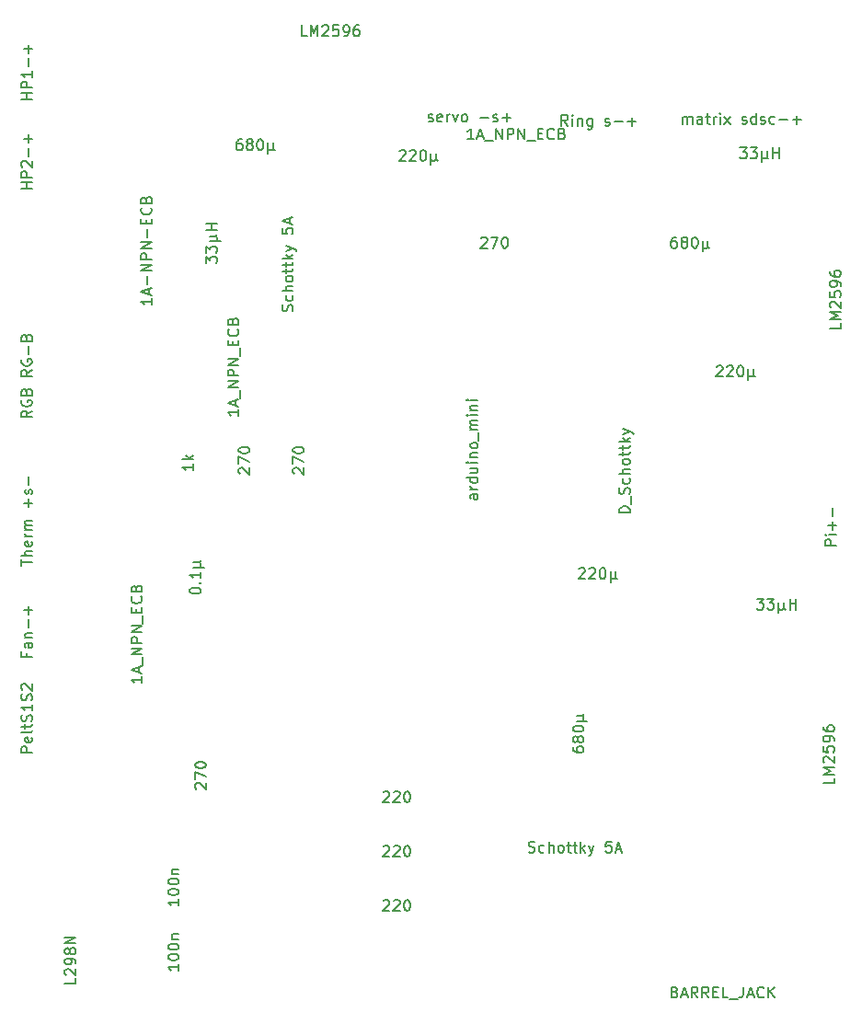
<source format=gbr>
G04 #@! TF.FileFunction,Other,Fab,Top*
%FSLAX46Y46*%
G04 Gerber Fmt 4.6, Leading zero omitted, Abs format (unit mm)*
G04 Created by KiCad (PCBNEW 4.0.2+e4-6225~38~ubuntu14.04.1-stable) date Mi 27 Jul 2016 00:48:38 CEST*
%MOMM*%
G01*
G04 APERTURE LIST*
%ADD10C,0.100000*%
%ADD11C,0.150000*%
G04 APERTURE END LIST*
D10*
D11*
X165714286Y-61452381D02*
X165523809Y-61452381D01*
X165428571Y-61500000D01*
X165380952Y-61547619D01*
X165285714Y-61690476D01*
X165238095Y-61880952D01*
X165238095Y-62261905D01*
X165285714Y-62357143D01*
X165333333Y-62404762D01*
X165428571Y-62452381D01*
X165619048Y-62452381D01*
X165714286Y-62404762D01*
X165761905Y-62357143D01*
X165809524Y-62261905D01*
X165809524Y-62023810D01*
X165761905Y-61928571D01*
X165714286Y-61880952D01*
X165619048Y-61833333D01*
X165428571Y-61833333D01*
X165333333Y-61880952D01*
X165285714Y-61928571D01*
X165238095Y-62023810D01*
X166380952Y-61880952D02*
X166285714Y-61833333D01*
X166238095Y-61785714D01*
X166190476Y-61690476D01*
X166190476Y-61642857D01*
X166238095Y-61547619D01*
X166285714Y-61500000D01*
X166380952Y-61452381D01*
X166571429Y-61452381D01*
X166666667Y-61500000D01*
X166714286Y-61547619D01*
X166761905Y-61642857D01*
X166761905Y-61690476D01*
X166714286Y-61785714D01*
X166666667Y-61833333D01*
X166571429Y-61880952D01*
X166380952Y-61880952D01*
X166285714Y-61928571D01*
X166238095Y-61976190D01*
X166190476Y-62071429D01*
X166190476Y-62261905D01*
X166238095Y-62357143D01*
X166285714Y-62404762D01*
X166380952Y-62452381D01*
X166571429Y-62452381D01*
X166666667Y-62404762D01*
X166714286Y-62357143D01*
X166761905Y-62261905D01*
X166761905Y-62071429D01*
X166714286Y-61976190D01*
X166666667Y-61928571D01*
X166571429Y-61880952D01*
X167380952Y-61452381D02*
X167476191Y-61452381D01*
X167571429Y-61500000D01*
X167619048Y-61547619D01*
X167666667Y-61642857D01*
X167714286Y-61833333D01*
X167714286Y-62071429D01*
X167666667Y-62261905D01*
X167619048Y-62357143D01*
X167571429Y-62404762D01*
X167476191Y-62452381D01*
X167380952Y-62452381D01*
X167285714Y-62404762D01*
X167238095Y-62357143D01*
X167190476Y-62261905D01*
X167142857Y-62071429D01*
X167142857Y-61833333D01*
X167190476Y-61642857D01*
X167238095Y-61547619D01*
X167285714Y-61500000D01*
X167380952Y-61452381D01*
X168142857Y-61785714D02*
X168142857Y-62785714D01*
X168619048Y-62309524D02*
X168666667Y-62404762D01*
X168761905Y-62452381D01*
X168142857Y-62309524D02*
X168190476Y-62404762D01*
X168285714Y-62452381D01*
X168476191Y-62452381D01*
X168571429Y-62404762D01*
X168619048Y-62309524D01*
X168619048Y-61785714D01*
X125714286Y-52452381D02*
X125523809Y-52452381D01*
X125428571Y-52500000D01*
X125380952Y-52547619D01*
X125285714Y-52690476D01*
X125238095Y-52880952D01*
X125238095Y-53261905D01*
X125285714Y-53357143D01*
X125333333Y-53404762D01*
X125428571Y-53452381D01*
X125619048Y-53452381D01*
X125714286Y-53404762D01*
X125761905Y-53357143D01*
X125809524Y-53261905D01*
X125809524Y-53023810D01*
X125761905Y-52928571D01*
X125714286Y-52880952D01*
X125619048Y-52833333D01*
X125428571Y-52833333D01*
X125333333Y-52880952D01*
X125285714Y-52928571D01*
X125238095Y-53023810D01*
X126380952Y-52880952D02*
X126285714Y-52833333D01*
X126238095Y-52785714D01*
X126190476Y-52690476D01*
X126190476Y-52642857D01*
X126238095Y-52547619D01*
X126285714Y-52500000D01*
X126380952Y-52452381D01*
X126571429Y-52452381D01*
X126666667Y-52500000D01*
X126714286Y-52547619D01*
X126761905Y-52642857D01*
X126761905Y-52690476D01*
X126714286Y-52785714D01*
X126666667Y-52833333D01*
X126571429Y-52880952D01*
X126380952Y-52880952D01*
X126285714Y-52928571D01*
X126238095Y-52976190D01*
X126190476Y-53071429D01*
X126190476Y-53261905D01*
X126238095Y-53357143D01*
X126285714Y-53404762D01*
X126380952Y-53452381D01*
X126571429Y-53452381D01*
X126666667Y-53404762D01*
X126714286Y-53357143D01*
X126761905Y-53261905D01*
X126761905Y-53071429D01*
X126714286Y-52976190D01*
X126666667Y-52928571D01*
X126571429Y-52880952D01*
X127380952Y-52452381D02*
X127476191Y-52452381D01*
X127571429Y-52500000D01*
X127619048Y-52547619D01*
X127666667Y-52642857D01*
X127714286Y-52833333D01*
X127714286Y-53071429D01*
X127666667Y-53261905D01*
X127619048Y-53357143D01*
X127571429Y-53404762D01*
X127476191Y-53452381D01*
X127380952Y-53452381D01*
X127285714Y-53404762D01*
X127238095Y-53357143D01*
X127190476Y-53261905D01*
X127142857Y-53071429D01*
X127142857Y-52833333D01*
X127190476Y-52642857D01*
X127238095Y-52547619D01*
X127285714Y-52500000D01*
X127380952Y-52452381D01*
X128142857Y-52785714D02*
X128142857Y-53785714D01*
X128619048Y-53309524D02*
X128666667Y-53404762D01*
X128761905Y-53452381D01*
X128142857Y-53309524D02*
X128190476Y-53404762D01*
X128285714Y-53452381D01*
X128476191Y-53452381D01*
X128571429Y-53404762D01*
X128619048Y-53309524D01*
X128619048Y-52785714D01*
X156202381Y-108410714D02*
X156202381Y-108601191D01*
X156250000Y-108696429D01*
X156297619Y-108744048D01*
X156440476Y-108839286D01*
X156630952Y-108886905D01*
X157011905Y-108886905D01*
X157107143Y-108839286D01*
X157154762Y-108791667D01*
X157202381Y-108696429D01*
X157202381Y-108505952D01*
X157154762Y-108410714D01*
X157107143Y-108363095D01*
X157011905Y-108315476D01*
X156773810Y-108315476D01*
X156678571Y-108363095D01*
X156630952Y-108410714D01*
X156583333Y-108505952D01*
X156583333Y-108696429D01*
X156630952Y-108791667D01*
X156678571Y-108839286D01*
X156773810Y-108886905D01*
X156630952Y-107744048D02*
X156583333Y-107839286D01*
X156535714Y-107886905D01*
X156440476Y-107934524D01*
X156392857Y-107934524D01*
X156297619Y-107886905D01*
X156250000Y-107839286D01*
X156202381Y-107744048D01*
X156202381Y-107553571D01*
X156250000Y-107458333D01*
X156297619Y-107410714D01*
X156392857Y-107363095D01*
X156440476Y-107363095D01*
X156535714Y-107410714D01*
X156583333Y-107458333D01*
X156630952Y-107553571D01*
X156630952Y-107744048D01*
X156678571Y-107839286D01*
X156726190Y-107886905D01*
X156821429Y-107934524D01*
X157011905Y-107934524D01*
X157107143Y-107886905D01*
X157154762Y-107839286D01*
X157202381Y-107744048D01*
X157202381Y-107553571D01*
X157154762Y-107458333D01*
X157107143Y-107410714D01*
X157011905Y-107363095D01*
X156821429Y-107363095D01*
X156726190Y-107410714D01*
X156678571Y-107458333D01*
X156630952Y-107553571D01*
X156202381Y-106744048D02*
X156202381Y-106648809D01*
X156250000Y-106553571D01*
X156297619Y-106505952D01*
X156392857Y-106458333D01*
X156583333Y-106410714D01*
X156821429Y-106410714D01*
X157011905Y-106458333D01*
X157107143Y-106505952D01*
X157154762Y-106553571D01*
X157202381Y-106648809D01*
X157202381Y-106744048D01*
X157154762Y-106839286D01*
X157107143Y-106886905D01*
X157011905Y-106934524D01*
X156821429Y-106982143D01*
X156583333Y-106982143D01*
X156392857Y-106934524D01*
X156297619Y-106886905D01*
X156250000Y-106839286D01*
X156202381Y-106744048D01*
X156535714Y-105982143D02*
X157535714Y-105982143D01*
X157059524Y-105505952D02*
X157154762Y-105458333D01*
X157202381Y-105363095D01*
X157059524Y-105982143D02*
X157154762Y-105934524D01*
X157202381Y-105839286D01*
X157202381Y-105648809D01*
X157154762Y-105553571D01*
X157059524Y-105505952D01*
X156535714Y-105505952D01*
X140238095Y-53547619D02*
X140285714Y-53500000D01*
X140380952Y-53452381D01*
X140619048Y-53452381D01*
X140714286Y-53500000D01*
X140761905Y-53547619D01*
X140809524Y-53642857D01*
X140809524Y-53738095D01*
X140761905Y-53880952D01*
X140190476Y-54452381D01*
X140809524Y-54452381D01*
X141190476Y-53547619D02*
X141238095Y-53500000D01*
X141333333Y-53452381D01*
X141571429Y-53452381D01*
X141666667Y-53500000D01*
X141714286Y-53547619D01*
X141761905Y-53642857D01*
X141761905Y-53738095D01*
X141714286Y-53880952D01*
X141142857Y-54452381D01*
X141761905Y-54452381D01*
X142380952Y-53452381D02*
X142476191Y-53452381D01*
X142571429Y-53500000D01*
X142619048Y-53547619D01*
X142666667Y-53642857D01*
X142714286Y-53833333D01*
X142714286Y-54071429D01*
X142666667Y-54261905D01*
X142619048Y-54357143D01*
X142571429Y-54404762D01*
X142476191Y-54452381D01*
X142380952Y-54452381D01*
X142285714Y-54404762D01*
X142238095Y-54357143D01*
X142190476Y-54261905D01*
X142142857Y-54071429D01*
X142142857Y-53833333D01*
X142190476Y-53642857D01*
X142238095Y-53547619D01*
X142285714Y-53500000D01*
X142380952Y-53452381D01*
X143142857Y-53785714D02*
X143142857Y-54785714D01*
X143619048Y-54309524D02*
X143666667Y-54404762D01*
X143761905Y-54452381D01*
X143142857Y-54309524D02*
X143190476Y-54404762D01*
X143285714Y-54452381D01*
X143476191Y-54452381D01*
X143571429Y-54404762D01*
X143619048Y-54309524D01*
X143619048Y-53785714D01*
X169438095Y-73372619D02*
X169485714Y-73325000D01*
X169580952Y-73277381D01*
X169819048Y-73277381D01*
X169914286Y-73325000D01*
X169961905Y-73372619D01*
X170009524Y-73467857D01*
X170009524Y-73563095D01*
X169961905Y-73705952D01*
X169390476Y-74277381D01*
X170009524Y-74277381D01*
X170390476Y-73372619D02*
X170438095Y-73325000D01*
X170533333Y-73277381D01*
X170771429Y-73277381D01*
X170866667Y-73325000D01*
X170914286Y-73372619D01*
X170961905Y-73467857D01*
X170961905Y-73563095D01*
X170914286Y-73705952D01*
X170342857Y-74277381D01*
X170961905Y-74277381D01*
X171580952Y-73277381D02*
X171676191Y-73277381D01*
X171771429Y-73325000D01*
X171819048Y-73372619D01*
X171866667Y-73467857D01*
X171914286Y-73658333D01*
X171914286Y-73896429D01*
X171866667Y-74086905D01*
X171819048Y-74182143D01*
X171771429Y-74229762D01*
X171676191Y-74277381D01*
X171580952Y-74277381D01*
X171485714Y-74229762D01*
X171438095Y-74182143D01*
X171390476Y-74086905D01*
X171342857Y-73896429D01*
X171342857Y-73658333D01*
X171390476Y-73467857D01*
X171438095Y-73372619D01*
X171485714Y-73325000D01*
X171580952Y-73277381D01*
X172342857Y-73610714D02*
X172342857Y-74610714D01*
X172819048Y-74134524D02*
X172866667Y-74229762D01*
X172961905Y-74277381D01*
X172342857Y-74134524D02*
X172390476Y-74229762D01*
X172485714Y-74277381D01*
X172676191Y-74277381D01*
X172771429Y-74229762D01*
X172819048Y-74134524D01*
X172819048Y-73610714D01*
X156763095Y-91997619D02*
X156810714Y-91950000D01*
X156905952Y-91902381D01*
X157144048Y-91902381D01*
X157239286Y-91950000D01*
X157286905Y-91997619D01*
X157334524Y-92092857D01*
X157334524Y-92188095D01*
X157286905Y-92330952D01*
X156715476Y-92902381D01*
X157334524Y-92902381D01*
X157715476Y-91997619D02*
X157763095Y-91950000D01*
X157858333Y-91902381D01*
X158096429Y-91902381D01*
X158191667Y-91950000D01*
X158239286Y-91997619D01*
X158286905Y-92092857D01*
X158286905Y-92188095D01*
X158239286Y-92330952D01*
X157667857Y-92902381D01*
X158286905Y-92902381D01*
X158905952Y-91902381D02*
X159001191Y-91902381D01*
X159096429Y-91950000D01*
X159144048Y-91997619D01*
X159191667Y-92092857D01*
X159239286Y-92283333D01*
X159239286Y-92521429D01*
X159191667Y-92711905D01*
X159144048Y-92807143D01*
X159096429Y-92854762D01*
X159001191Y-92902381D01*
X158905952Y-92902381D01*
X158810714Y-92854762D01*
X158763095Y-92807143D01*
X158715476Y-92711905D01*
X158667857Y-92521429D01*
X158667857Y-92283333D01*
X158715476Y-92092857D01*
X158763095Y-91997619D01*
X158810714Y-91950000D01*
X158905952Y-91902381D01*
X159667857Y-92235714D02*
X159667857Y-93235714D01*
X160144048Y-92759524D02*
X160191667Y-92854762D01*
X160286905Y-92902381D01*
X159667857Y-92759524D02*
X159715476Y-92854762D01*
X159810714Y-92902381D01*
X160001191Y-92902381D01*
X160096429Y-92854762D01*
X160144048Y-92759524D01*
X160144048Y-92235714D01*
X119952381Y-122369047D02*
X119952381Y-122940476D01*
X119952381Y-122654762D02*
X118952381Y-122654762D01*
X119095238Y-122750000D01*
X119190476Y-122845238D01*
X119238095Y-122940476D01*
X118952381Y-121750000D02*
X118952381Y-121654761D01*
X119000000Y-121559523D01*
X119047619Y-121511904D01*
X119142857Y-121464285D01*
X119333333Y-121416666D01*
X119571429Y-121416666D01*
X119761905Y-121464285D01*
X119857143Y-121511904D01*
X119904762Y-121559523D01*
X119952381Y-121654761D01*
X119952381Y-121750000D01*
X119904762Y-121845238D01*
X119857143Y-121892857D01*
X119761905Y-121940476D01*
X119571429Y-121988095D01*
X119333333Y-121988095D01*
X119142857Y-121940476D01*
X119047619Y-121892857D01*
X119000000Y-121845238D01*
X118952381Y-121750000D01*
X118952381Y-120797619D02*
X118952381Y-120702380D01*
X119000000Y-120607142D01*
X119047619Y-120559523D01*
X119142857Y-120511904D01*
X119333333Y-120464285D01*
X119571429Y-120464285D01*
X119761905Y-120511904D01*
X119857143Y-120559523D01*
X119904762Y-120607142D01*
X119952381Y-120702380D01*
X119952381Y-120797619D01*
X119904762Y-120892857D01*
X119857143Y-120940476D01*
X119761905Y-120988095D01*
X119571429Y-121035714D01*
X119333333Y-121035714D01*
X119142857Y-120988095D01*
X119047619Y-120940476D01*
X119000000Y-120892857D01*
X118952381Y-120797619D01*
X119285714Y-120035714D02*
X119952381Y-120035714D01*
X119380952Y-120035714D02*
X119333333Y-119988095D01*
X119285714Y-119892857D01*
X119285714Y-119749999D01*
X119333333Y-119654761D01*
X119428571Y-119607142D01*
X119952381Y-119607142D01*
X120952381Y-94035714D02*
X120952381Y-93940475D01*
X121000000Y-93845237D01*
X121047619Y-93797618D01*
X121142857Y-93749999D01*
X121333333Y-93702380D01*
X121571429Y-93702380D01*
X121761905Y-93749999D01*
X121857143Y-93797618D01*
X121904762Y-93845237D01*
X121952381Y-93940475D01*
X121952381Y-94035714D01*
X121904762Y-94130952D01*
X121857143Y-94178571D01*
X121761905Y-94226190D01*
X121571429Y-94273809D01*
X121333333Y-94273809D01*
X121142857Y-94226190D01*
X121047619Y-94178571D01*
X121000000Y-94130952D01*
X120952381Y-94035714D01*
X121857143Y-93273809D02*
X121904762Y-93226190D01*
X121952381Y-93273809D01*
X121904762Y-93321428D01*
X121857143Y-93273809D01*
X121952381Y-93273809D01*
X121952381Y-92273809D02*
X121952381Y-92845238D01*
X121952381Y-92559524D02*
X120952381Y-92559524D01*
X121095238Y-92654762D01*
X121190476Y-92750000D01*
X121238095Y-92845238D01*
X121285714Y-91845238D02*
X122285714Y-91845238D01*
X121809524Y-91369047D02*
X121904762Y-91321428D01*
X121952381Y-91226190D01*
X121809524Y-91845238D02*
X121904762Y-91797619D01*
X121952381Y-91702381D01*
X121952381Y-91511904D01*
X121904762Y-91416666D01*
X121809524Y-91369047D01*
X121285714Y-91369047D01*
X119952381Y-128369047D02*
X119952381Y-128940476D01*
X119952381Y-128654762D02*
X118952381Y-128654762D01*
X119095238Y-128750000D01*
X119190476Y-128845238D01*
X119238095Y-128940476D01*
X118952381Y-127750000D02*
X118952381Y-127654761D01*
X119000000Y-127559523D01*
X119047619Y-127511904D01*
X119142857Y-127464285D01*
X119333333Y-127416666D01*
X119571429Y-127416666D01*
X119761905Y-127464285D01*
X119857143Y-127511904D01*
X119904762Y-127559523D01*
X119952381Y-127654761D01*
X119952381Y-127750000D01*
X119904762Y-127845238D01*
X119857143Y-127892857D01*
X119761905Y-127940476D01*
X119571429Y-127988095D01*
X119333333Y-127988095D01*
X119142857Y-127940476D01*
X119047619Y-127892857D01*
X119000000Y-127845238D01*
X118952381Y-127750000D01*
X118952381Y-126797619D02*
X118952381Y-126702380D01*
X119000000Y-126607142D01*
X119047619Y-126559523D01*
X119142857Y-126511904D01*
X119333333Y-126464285D01*
X119571429Y-126464285D01*
X119761905Y-126511904D01*
X119857143Y-126559523D01*
X119904762Y-126607142D01*
X119952381Y-126702380D01*
X119952381Y-126797619D01*
X119904762Y-126892857D01*
X119857143Y-126940476D01*
X119761905Y-126988095D01*
X119571429Y-127035714D01*
X119333333Y-127035714D01*
X119142857Y-126988095D01*
X119047619Y-126940476D01*
X119000000Y-126892857D01*
X118952381Y-126797619D01*
X119285714Y-126035714D02*
X119952381Y-126035714D01*
X119380952Y-126035714D02*
X119333333Y-125988095D01*
X119285714Y-125892857D01*
X119285714Y-125749999D01*
X119333333Y-125654761D01*
X119428571Y-125607142D01*
X119952381Y-125607142D01*
X165595238Y-130928571D02*
X165738095Y-130976190D01*
X165785714Y-131023810D01*
X165833333Y-131119048D01*
X165833333Y-131261905D01*
X165785714Y-131357143D01*
X165738095Y-131404762D01*
X165642857Y-131452381D01*
X165261904Y-131452381D01*
X165261904Y-130452381D01*
X165595238Y-130452381D01*
X165690476Y-130500000D01*
X165738095Y-130547619D01*
X165785714Y-130642857D01*
X165785714Y-130738095D01*
X165738095Y-130833333D01*
X165690476Y-130880952D01*
X165595238Y-130928571D01*
X165261904Y-130928571D01*
X166214285Y-131166667D02*
X166690476Y-131166667D01*
X166119047Y-131452381D02*
X166452380Y-130452381D01*
X166785714Y-131452381D01*
X167690476Y-131452381D02*
X167357142Y-130976190D01*
X167119047Y-131452381D02*
X167119047Y-130452381D01*
X167500000Y-130452381D01*
X167595238Y-130500000D01*
X167642857Y-130547619D01*
X167690476Y-130642857D01*
X167690476Y-130785714D01*
X167642857Y-130880952D01*
X167595238Y-130928571D01*
X167500000Y-130976190D01*
X167119047Y-130976190D01*
X168690476Y-131452381D02*
X168357142Y-130976190D01*
X168119047Y-131452381D02*
X168119047Y-130452381D01*
X168500000Y-130452381D01*
X168595238Y-130500000D01*
X168642857Y-130547619D01*
X168690476Y-130642857D01*
X168690476Y-130785714D01*
X168642857Y-130880952D01*
X168595238Y-130928571D01*
X168500000Y-130976190D01*
X168119047Y-130976190D01*
X169119047Y-130928571D02*
X169452381Y-130928571D01*
X169595238Y-131452381D02*
X169119047Y-131452381D01*
X169119047Y-130452381D01*
X169595238Y-130452381D01*
X170500000Y-131452381D02*
X170023809Y-131452381D01*
X170023809Y-130452381D01*
X170595238Y-131547619D02*
X171357143Y-131547619D01*
X171880953Y-130452381D02*
X171880953Y-131166667D01*
X171833333Y-131309524D01*
X171738095Y-131404762D01*
X171595238Y-131452381D01*
X171500000Y-131452381D01*
X172309524Y-131166667D02*
X172785715Y-131166667D01*
X172214286Y-131452381D02*
X172547619Y-130452381D01*
X172880953Y-131452381D01*
X173785715Y-131357143D02*
X173738096Y-131404762D01*
X173595239Y-131452381D01*
X173500001Y-131452381D01*
X173357143Y-131404762D01*
X173261905Y-131309524D01*
X173214286Y-131214286D01*
X173166667Y-131023810D01*
X173166667Y-130880952D01*
X173214286Y-130690476D01*
X173261905Y-130595238D01*
X173357143Y-130500000D01*
X173500001Y-130452381D01*
X173595239Y-130452381D01*
X173738096Y-130500000D01*
X173785715Y-130547619D01*
X174214286Y-131452381D02*
X174214286Y-130452381D01*
X174785715Y-131452381D02*
X174357143Y-130880952D01*
X174785715Y-130452381D02*
X174214286Y-131023810D01*
X152138094Y-118029762D02*
X152280951Y-118077381D01*
X152519047Y-118077381D01*
X152614285Y-118029762D01*
X152661904Y-117982143D01*
X152709523Y-117886905D01*
X152709523Y-117791667D01*
X152661904Y-117696429D01*
X152614285Y-117648810D01*
X152519047Y-117601190D01*
X152328570Y-117553571D01*
X152233332Y-117505952D01*
X152185713Y-117458333D01*
X152138094Y-117363095D01*
X152138094Y-117267857D01*
X152185713Y-117172619D01*
X152233332Y-117125000D01*
X152328570Y-117077381D01*
X152566666Y-117077381D01*
X152709523Y-117125000D01*
X153566666Y-118029762D02*
X153471428Y-118077381D01*
X153280951Y-118077381D01*
X153185713Y-118029762D01*
X153138094Y-117982143D01*
X153090475Y-117886905D01*
X153090475Y-117601190D01*
X153138094Y-117505952D01*
X153185713Y-117458333D01*
X153280951Y-117410714D01*
X153471428Y-117410714D01*
X153566666Y-117458333D01*
X153995237Y-118077381D02*
X153995237Y-117077381D01*
X154423809Y-118077381D02*
X154423809Y-117553571D01*
X154376190Y-117458333D01*
X154280952Y-117410714D01*
X154138094Y-117410714D01*
X154042856Y-117458333D01*
X153995237Y-117505952D01*
X155042856Y-118077381D02*
X154947618Y-118029762D01*
X154899999Y-117982143D01*
X154852380Y-117886905D01*
X154852380Y-117601190D01*
X154899999Y-117505952D01*
X154947618Y-117458333D01*
X155042856Y-117410714D01*
X155185714Y-117410714D01*
X155280952Y-117458333D01*
X155328571Y-117505952D01*
X155376190Y-117601190D01*
X155376190Y-117886905D01*
X155328571Y-117982143D01*
X155280952Y-118029762D01*
X155185714Y-118077381D01*
X155042856Y-118077381D01*
X155661904Y-117410714D02*
X156042856Y-117410714D01*
X155804761Y-117077381D02*
X155804761Y-117934524D01*
X155852380Y-118029762D01*
X155947618Y-118077381D01*
X156042856Y-118077381D01*
X156233333Y-117410714D02*
X156614285Y-117410714D01*
X156376190Y-117077381D02*
X156376190Y-117934524D01*
X156423809Y-118029762D01*
X156519047Y-118077381D01*
X156614285Y-118077381D01*
X156947619Y-118077381D02*
X156947619Y-117077381D01*
X157042857Y-117696429D02*
X157328572Y-118077381D01*
X157328572Y-117410714D02*
X156947619Y-117791667D01*
X157661905Y-117410714D02*
X157900000Y-118077381D01*
X158138096Y-117410714D02*
X157900000Y-118077381D01*
X157804762Y-118315476D01*
X157757143Y-118363095D01*
X157661905Y-118410714D01*
X159757144Y-117077381D02*
X159280953Y-117077381D01*
X159233334Y-117553571D01*
X159280953Y-117505952D01*
X159376191Y-117458333D01*
X159614287Y-117458333D01*
X159709525Y-117505952D01*
X159757144Y-117553571D01*
X159804763Y-117648810D01*
X159804763Y-117886905D01*
X159757144Y-117982143D01*
X159709525Y-118029762D01*
X159614287Y-118077381D01*
X159376191Y-118077381D01*
X159280953Y-118029762D01*
X159233334Y-117982143D01*
X160185715Y-117791667D02*
X160661906Y-117791667D01*
X160090477Y-118077381D02*
X160423810Y-117077381D01*
X160757144Y-118077381D01*
X130404762Y-68261906D02*
X130452381Y-68119049D01*
X130452381Y-67880953D01*
X130404762Y-67785715D01*
X130357143Y-67738096D01*
X130261905Y-67690477D01*
X130166667Y-67690477D01*
X130071429Y-67738096D01*
X130023810Y-67785715D01*
X129976190Y-67880953D01*
X129928571Y-68071430D01*
X129880952Y-68166668D01*
X129833333Y-68214287D01*
X129738095Y-68261906D01*
X129642857Y-68261906D01*
X129547619Y-68214287D01*
X129500000Y-68166668D01*
X129452381Y-68071430D01*
X129452381Y-67833334D01*
X129500000Y-67690477D01*
X130404762Y-66833334D02*
X130452381Y-66928572D01*
X130452381Y-67119049D01*
X130404762Y-67214287D01*
X130357143Y-67261906D01*
X130261905Y-67309525D01*
X129976190Y-67309525D01*
X129880952Y-67261906D01*
X129833333Y-67214287D01*
X129785714Y-67119049D01*
X129785714Y-66928572D01*
X129833333Y-66833334D01*
X130452381Y-66404763D02*
X129452381Y-66404763D01*
X130452381Y-65976191D02*
X129928571Y-65976191D01*
X129833333Y-66023810D01*
X129785714Y-66119048D01*
X129785714Y-66261906D01*
X129833333Y-66357144D01*
X129880952Y-66404763D01*
X130452381Y-65357144D02*
X130404762Y-65452382D01*
X130357143Y-65500001D01*
X130261905Y-65547620D01*
X129976190Y-65547620D01*
X129880952Y-65500001D01*
X129833333Y-65452382D01*
X129785714Y-65357144D01*
X129785714Y-65214286D01*
X129833333Y-65119048D01*
X129880952Y-65071429D01*
X129976190Y-65023810D01*
X130261905Y-65023810D01*
X130357143Y-65071429D01*
X130404762Y-65119048D01*
X130452381Y-65214286D01*
X130452381Y-65357144D01*
X129785714Y-64738096D02*
X129785714Y-64357144D01*
X129452381Y-64595239D02*
X130309524Y-64595239D01*
X130404762Y-64547620D01*
X130452381Y-64452382D01*
X130452381Y-64357144D01*
X129785714Y-64166667D02*
X129785714Y-63785715D01*
X129452381Y-64023810D02*
X130309524Y-64023810D01*
X130404762Y-63976191D01*
X130452381Y-63880953D01*
X130452381Y-63785715D01*
X130452381Y-63452381D02*
X129452381Y-63452381D01*
X130071429Y-63357143D02*
X130452381Y-63071428D01*
X129785714Y-63071428D02*
X130166667Y-63452381D01*
X129785714Y-62738095D02*
X130452381Y-62500000D01*
X129785714Y-62261904D02*
X130452381Y-62500000D01*
X130690476Y-62595238D01*
X130738095Y-62642857D01*
X130785714Y-62738095D01*
X129452381Y-60642856D02*
X129452381Y-61119047D01*
X129928571Y-61166666D01*
X129880952Y-61119047D01*
X129833333Y-61023809D01*
X129833333Y-60785713D01*
X129880952Y-60690475D01*
X129928571Y-60642856D01*
X130023810Y-60595237D01*
X130261905Y-60595237D01*
X130357143Y-60642856D01*
X130404762Y-60690475D01*
X130452381Y-60785713D01*
X130452381Y-61023809D01*
X130404762Y-61119047D01*
X130357143Y-61166666D01*
X130166667Y-60214285D02*
X130166667Y-59738094D01*
X130452381Y-60309523D02*
X129452381Y-59976190D01*
X130452381Y-59642856D01*
X161452381Y-86809525D02*
X160452381Y-86809525D01*
X160452381Y-86571430D01*
X160500000Y-86428572D01*
X160595238Y-86333334D01*
X160690476Y-86285715D01*
X160880952Y-86238096D01*
X161023810Y-86238096D01*
X161214286Y-86285715D01*
X161309524Y-86333334D01*
X161404762Y-86428572D01*
X161452381Y-86571430D01*
X161452381Y-86809525D01*
X161547619Y-86047620D02*
X161547619Y-85285715D01*
X161404762Y-85095239D02*
X161452381Y-84952382D01*
X161452381Y-84714286D01*
X161404762Y-84619048D01*
X161357143Y-84571429D01*
X161261905Y-84523810D01*
X161166667Y-84523810D01*
X161071429Y-84571429D01*
X161023810Y-84619048D01*
X160976190Y-84714286D01*
X160928571Y-84904763D01*
X160880952Y-85000001D01*
X160833333Y-85047620D01*
X160738095Y-85095239D01*
X160642857Y-85095239D01*
X160547619Y-85047620D01*
X160500000Y-85000001D01*
X160452381Y-84904763D01*
X160452381Y-84666667D01*
X160500000Y-84523810D01*
X161404762Y-83666667D02*
X161452381Y-83761905D01*
X161452381Y-83952382D01*
X161404762Y-84047620D01*
X161357143Y-84095239D01*
X161261905Y-84142858D01*
X160976190Y-84142858D01*
X160880952Y-84095239D01*
X160833333Y-84047620D01*
X160785714Y-83952382D01*
X160785714Y-83761905D01*
X160833333Y-83666667D01*
X161452381Y-83238096D02*
X160452381Y-83238096D01*
X161452381Y-82809524D02*
X160928571Y-82809524D01*
X160833333Y-82857143D01*
X160785714Y-82952381D01*
X160785714Y-83095239D01*
X160833333Y-83190477D01*
X160880952Y-83238096D01*
X161452381Y-82190477D02*
X161404762Y-82285715D01*
X161357143Y-82333334D01*
X161261905Y-82380953D01*
X160976190Y-82380953D01*
X160880952Y-82333334D01*
X160833333Y-82285715D01*
X160785714Y-82190477D01*
X160785714Y-82047619D01*
X160833333Y-81952381D01*
X160880952Y-81904762D01*
X160976190Y-81857143D01*
X161261905Y-81857143D01*
X161357143Y-81904762D01*
X161404762Y-81952381D01*
X161452381Y-82047619D01*
X161452381Y-82190477D01*
X160785714Y-81571429D02*
X160785714Y-81190477D01*
X160452381Y-81428572D02*
X161309524Y-81428572D01*
X161404762Y-81380953D01*
X161452381Y-81285715D01*
X161452381Y-81190477D01*
X160785714Y-81000000D02*
X160785714Y-80619048D01*
X160452381Y-80857143D02*
X161309524Y-80857143D01*
X161404762Y-80809524D01*
X161452381Y-80714286D01*
X161452381Y-80619048D01*
X161452381Y-80285714D02*
X160452381Y-80285714D01*
X161071429Y-80190476D02*
X161452381Y-79904761D01*
X160785714Y-79904761D02*
X161166667Y-80285714D01*
X160785714Y-79571428D02*
X161452381Y-79333333D01*
X160785714Y-79095237D02*
X161452381Y-79333333D01*
X161690476Y-79428571D01*
X161738095Y-79476190D01*
X161785714Y-79571428D01*
X171592857Y-53202381D02*
X172211905Y-53202381D01*
X171878571Y-53583333D01*
X172021429Y-53583333D01*
X172116667Y-53630952D01*
X172164286Y-53678571D01*
X172211905Y-53773810D01*
X172211905Y-54011905D01*
X172164286Y-54107143D01*
X172116667Y-54154762D01*
X172021429Y-54202381D01*
X171735714Y-54202381D01*
X171640476Y-54154762D01*
X171592857Y-54107143D01*
X172545238Y-53202381D02*
X173164286Y-53202381D01*
X172830952Y-53583333D01*
X172973810Y-53583333D01*
X173069048Y-53630952D01*
X173116667Y-53678571D01*
X173164286Y-53773810D01*
X173164286Y-54011905D01*
X173116667Y-54107143D01*
X173069048Y-54154762D01*
X172973810Y-54202381D01*
X172688095Y-54202381D01*
X172592857Y-54154762D01*
X172545238Y-54107143D01*
X173592857Y-53535714D02*
X173592857Y-54535714D01*
X174069048Y-54059524D02*
X174116667Y-54154762D01*
X174211905Y-54202381D01*
X173592857Y-54059524D02*
X173640476Y-54154762D01*
X173735714Y-54202381D01*
X173926191Y-54202381D01*
X174021429Y-54154762D01*
X174069048Y-54059524D01*
X174069048Y-53535714D01*
X174640476Y-54202381D02*
X174640476Y-53202381D01*
X174640476Y-53678571D02*
X175211905Y-53678571D01*
X175211905Y-54202381D02*
X175211905Y-53202381D01*
X173142857Y-94727381D02*
X173761905Y-94727381D01*
X173428571Y-95108333D01*
X173571429Y-95108333D01*
X173666667Y-95155952D01*
X173714286Y-95203571D01*
X173761905Y-95298810D01*
X173761905Y-95536905D01*
X173714286Y-95632143D01*
X173666667Y-95679762D01*
X173571429Y-95727381D01*
X173285714Y-95727381D01*
X173190476Y-95679762D01*
X173142857Y-95632143D01*
X174095238Y-94727381D02*
X174714286Y-94727381D01*
X174380952Y-95108333D01*
X174523810Y-95108333D01*
X174619048Y-95155952D01*
X174666667Y-95203571D01*
X174714286Y-95298810D01*
X174714286Y-95536905D01*
X174666667Y-95632143D01*
X174619048Y-95679762D01*
X174523810Y-95727381D01*
X174238095Y-95727381D01*
X174142857Y-95679762D01*
X174095238Y-95632143D01*
X175142857Y-95060714D02*
X175142857Y-96060714D01*
X175619048Y-95584524D02*
X175666667Y-95679762D01*
X175761905Y-95727381D01*
X175142857Y-95584524D02*
X175190476Y-95679762D01*
X175285714Y-95727381D01*
X175476191Y-95727381D01*
X175571429Y-95679762D01*
X175619048Y-95584524D01*
X175619048Y-95060714D01*
X176190476Y-95727381D02*
X176190476Y-94727381D01*
X176190476Y-95203571D02*
X176761905Y-95203571D01*
X176761905Y-95727381D02*
X176761905Y-94727381D01*
X122452381Y-63857143D02*
X122452381Y-63238095D01*
X122833333Y-63571429D01*
X122833333Y-63428571D01*
X122880952Y-63333333D01*
X122928571Y-63285714D01*
X123023810Y-63238095D01*
X123261905Y-63238095D01*
X123357143Y-63285714D01*
X123404762Y-63333333D01*
X123452381Y-63428571D01*
X123452381Y-63714286D01*
X123404762Y-63809524D01*
X123357143Y-63857143D01*
X122452381Y-62904762D02*
X122452381Y-62285714D01*
X122833333Y-62619048D01*
X122833333Y-62476190D01*
X122880952Y-62380952D01*
X122928571Y-62333333D01*
X123023810Y-62285714D01*
X123261905Y-62285714D01*
X123357143Y-62333333D01*
X123404762Y-62380952D01*
X123452381Y-62476190D01*
X123452381Y-62761905D01*
X123404762Y-62857143D01*
X123357143Y-62904762D01*
X122785714Y-61857143D02*
X123785714Y-61857143D01*
X123309524Y-61380952D02*
X123404762Y-61333333D01*
X123452381Y-61238095D01*
X123309524Y-61857143D02*
X123404762Y-61809524D01*
X123452381Y-61714286D01*
X123452381Y-61523809D01*
X123404762Y-61428571D01*
X123309524Y-61380952D01*
X122785714Y-61380952D01*
X123452381Y-60809524D02*
X122452381Y-60809524D01*
X122928571Y-60809524D02*
X122928571Y-60238095D01*
X123452381Y-60238095D02*
X122452381Y-60238095D01*
X106452381Y-108892858D02*
X105452381Y-108892858D01*
X105452381Y-108511905D01*
X105500000Y-108416667D01*
X105547619Y-108369048D01*
X105642857Y-108321429D01*
X105785714Y-108321429D01*
X105880952Y-108369048D01*
X105928571Y-108416667D01*
X105976190Y-108511905D01*
X105976190Y-108892858D01*
X106404762Y-107511905D02*
X106452381Y-107607143D01*
X106452381Y-107797620D01*
X106404762Y-107892858D01*
X106309524Y-107940477D01*
X105928571Y-107940477D01*
X105833333Y-107892858D01*
X105785714Y-107797620D01*
X105785714Y-107607143D01*
X105833333Y-107511905D01*
X105928571Y-107464286D01*
X106023810Y-107464286D01*
X106119048Y-107940477D01*
X106452381Y-106892858D02*
X106404762Y-106988096D01*
X106309524Y-107035715D01*
X105452381Y-107035715D01*
X105785714Y-106654762D02*
X105785714Y-106273810D01*
X105452381Y-106511905D02*
X106309524Y-106511905D01*
X106404762Y-106464286D01*
X106452381Y-106369048D01*
X106452381Y-106273810D01*
X106404762Y-105988095D02*
X106452381Y-105845238D01*
X106452381Y-105607142D01*
X106404762Y-105511904D01*
X106357143Y-105464285D01*
X106261905Y-105416666D01*
X106166667Y-105416666D01*
X106071429Y-105464285D01*
X106023810Y-105511904D01*
X105976190Y-105607142D01*
X105928571Y-105797619D01*
X105880952Y-105892857D01*
X105833333Y-105940476D01*
X105738095Y-105988095D01*
X105642857Y-105988095D01*
X105547619Y-105940476D01*
X105500000Y-105892857D01*
X105452381Y-105797619D01*
X105452381Y-105559523D01*
X105500000Y-105416666D01*
X106452381Y-104464285D02*
X106452381Y-105035714D01*
X106452381Y-104750000D02*
X105452381Y-104750000D01*
X105595238Y-104845238D01*
X105690476Y-104940476D01*
X105738095Y-105035714D01*
X106404762Y-104083333D02*
X106452381Y-103940476D01*
X106452381Y-103702380D01*
X106404762Y-103607142D01*
X106357143Y-103559523D01*
X106261905Y-103511904D01*
X106166667Y-103511904D01*
X106071429Y-103559523D01*
X106023810Y-103607142D01*
X105976190Y-103702380D01*
X105928571Y-103892857D01*
X105880952Y-103988095D01*
X105833333Y-104035714D01*
X105738095Y-104083333D01*
X105642857Y-104083333D01*
X105547619Y-104035714D01*
X105500000Y-103988095D01*
X105452381Y-103892857D01*
X105452381Y-103654761D01*
X105500000Y-103511904D01*
X105547619Y-103130952D02*
X105500000Y-103083333D01*
X105452381Y-102988095D01*
X105452381Y-102749999D01*
X105500000Y-102654761D01*
X105547619Y-102607142D01*
X105642857Y-102559523D01*
X105738095Y-102559523D01*
X105880952Y-102607142D01*
X106452381Y-103178571D01*
X106452381Y-102559523D01*
X180452381Y-89838095D02*
X179452381Y-89838095D01*
X179452381Y-89457142D01*
X179500000Y-89361904D01*
X179547619Y-89314285D01*
X179642857Y-89266666D01*
X179785714Y-89266666D01*
X179880952Y-89314285D01*
X179928571Y-89361904D01*
X179976190Y-89457142D01*
X179976190Y-89838095D01*
X180452381Y-88838095D02*
X179785714Y-88838095D01*
X179452381Y-88838095D02*
X179500000Y-88885714D01*
X179547619Y-88838095D01*
X179500000Y-88790476D01*
X179452381Y-88838095D01*
X179547619Y-88838095D01*
X180071429Y-88361905D02*
X180071429Y-87600000D01*
X180452381Y-87980952D02*
X179690476Y-87980952D01*
X180071429Y-87123810D02*
X180071429Y-86361905D01*
X105928571Y-99749999D02*
X105928571Y-100083333D01*
X106452381Y-100083333D02*
X105452381Y-100083333D01*
X105452381Y-99607142D01*
X106452381Y-98797618D02*
X105928571Y-98797618D01*
X105833333Y-98845237D01*
X105785714Y-98940475D01*
X105785714Y-99130952D01*
X105833333Y-99226190D01*
X106404762Y-98797618D02*
X106452381Y-98892856D01*
X106452381Y-99130952D01*
X106404762Y-99226190D01*
X106309524Y-99273809D01*
X106214286Y-99273809D01*
X106119048Y-99226190D01*
X106071429Y-99130952D01*
X106071429Y-98892856D01*
X106023810Y-98797618D01*
X105785714Y-98321428D02*
X106452381Y-98321428D01*
X105880952Y-98321428D02*
X105833333Y-98273809D01*
X105785714Y-98178571D01*
X105785714Y-98035713D01*
X105833333Y-97940475D01*
X105928571Y-97892856D01*
X106452381Y-97892856D01*
X106071429Y-97416666D02*
X106071429Y-96654761D01*
X106071429Y-96178571D02*
X106071429Y-95416666D01*
X106452381Y-95797618D02*
X105690476Y-95797618D01*
X105452381Y-91666667D02*
X105452381Y-91095238D01*
X106452381Y-91380953D02*
X105452381Y-91380953D01*
X106452381Y-90761905D02*
X105452381Y-90761905D01*
X106452381Y-90333333D02*
X105928571Y-90333333D01*
X105833333Y-90380952D01*
X105785714Y-90476190D01*
X105785714Y-90619048D01*
X105833333Y-90714286D01*
X105880952Y-90761905D01*
X106404762Y-89476190D02*
X106452381Y-89571428D01*
X106452381Y-89761905D01*
X106404762Y-89857143D01*
X106309524Y-89904762D01*
X105928571Y-89904762D01*
X105833333Y-89857143D01*
X105785714Y-89761905D01*
X105785714Y-89571428D01*
X105833333Y-89476190D01*
X105928571Y-89428571D01*
X106023810Y-89428571D01*
X106119048Y-89904762D01*
X106452381Y-89000000D02*
X105785714Y-89000000D01*
X105976190Y-89000000D02*
X105880952Y-88952381D01*
X105833333Y-88904762D01*
X105785714Y-88809524D01*
X105785714Y-88714285D01*
X106452381Y-88380952D02*
X105785714Y-88380952D01*
X105880952Y-88380952D02*
X105833333Y-88333333D01*
X105785714Y-88238095D01*
X105785714Y-88095237D01*
X105833333Y-87999999D01*
X105928571Y-87952380D01*
X106452381Y-87952380D01*
X105928571Y-87952380D02*
X105833333Y-87904761D01*
X105785714Y-87809523D01*
X105785714Y-87666666D01*
X105833333Y-87571428D01*
X105928571Y-87523809D01*
X106452381Y-87523809D01*
X106071429Y-86285714D02*
X106071429Y-85523809D01*
X106452381Y-85904761D02*
X105690476Y-85904761D01*
X106404762Y-85095238D02*
X106452381Y-85000000D01*
X106452381Y-84809524D01*
X106404762Y-84714285D01*
X106309524Y-84666666D01*
X106261905Y-84666666D01*
X106166667Y-84714285D01*
X106119048Y-84809524D01*
X106119048Y-84952381D01*
X106071429Y-85047619D01*
X105976190Y-85095238D01*
X105928571Y-85095238D01*
X105833333Y-85047619D01*
X105785714Y-84952381D01*
X105785714Y-84809524D01*
X105833333Y-84714285D01*
X106071429Y-84238095D02*
X106071429Y-83476190D01*
X106452381Y-48750000D02*
X105452381Y-48750000D01*
X105928571Y-48750000D02*
X105928571Y-48178571D01*
X106452381Y-48178571D02*
X105452381Y-48178571D01*
X106452381Y-47702381D02*
X105452381Y-47702381D01*
X105452381Y-47321428D01*
X105500000Y-47226190D01*
X105547619Y-47178571D01*
X105642857Y-47130952D01*
X105785714Y-47130952D01*
X105880952Y-47178571D01*
X105928571Y-47226190D01*
X105976190Y-47321428D01*
X105976190Y-47702381D01*
X106452381Y-46178571D02*
X106452381Y-46750000D01*
X106452381Y-46464286D02*
X105452381Y-46464286D01*
X105595238Y-46559524D01*
X105690476Y-46654762D01*
X105738095Y-46750000D01*
X106071429Y-45750000D02*
X106071429Y-44988095D01*
X106071429Y-44511905D02*
X106071429Y-43750000D01*
X106452381Y-44130952D02*
X105690476Y-44130952D01*
X106452381Y-57000000D02*
X105452381Y-57000000D01*
X105928571Y-57000000D02*
X105928571Y-56428571D01*
X106452381Y-56428571D02*
X105452381Y-56428571D01*
X106452381Y-55952381D02*
X105452381Y-55952381D01*
X105452381Y-55571428D01*
X105500000Y-55476190D01*
X105547619Y-55428571D01*
X105642857Y-55380952D01*
X105785714Y-55380952D01*
X105880952Y-55428571D01*
X105928571Y-55476190D01*
X105976190Y-55571428D01*
X105976190Y-55952381D01*
X105547619Y-55000000D02*
X105500000Y-54952381D01*
X105452381Y-54857143D01*
X105452381Y-54619047D01*
X105500000Y-54523809D01*
X105547619Y-54476190D01*
X105642857Y-54428571D01*
X105738095Y-54428571D01*
X105880952Y-54476190D01*
X106452381Y-55047619D01*
X106452381Y-54428571D01*
X106071429Y-54000000D02*
X106071429Y-53238095D01*
X106071429Y-52761905D02*
X106071429Y-52000000D01*
X106452381Y-52380952D02*
X105690476Y-52380952D01*
X142915476Y-50779762D02*
X143010714Y-50827381D01*
X143201190Y-50827381D01*
X143296429Y-50779762D01*
X143344048Y-50684524D01*
X143344048Y-50636905D01*
X143296429Y-50541667D01*
X143201190Y-50494048D01*
X143058333Y-50494048D01*
X142963095Y-50446429D01*
X142915476Y-50351190D01*
X142915476Y-50303571D01*
X142963095Y-50208333D01*
X143058333Y-50160714D01*
X143201190Y-50160714D01*
X143296429Y-50208333D01*
X144153572Y-50779762D02*
X144058334Y-50827381D01*
X143867857Y-50827381D01*
X143772619Y-50779762D01*
X143725000Y-50684524D01*
X143725000Y-50303571D01*
X143772619Y-50208333D01*
X143867857Y-50160714D01*
X144058334Y-50160714D01*
X144153572Y-50208333D01*
X144201191Y-50303571D01*
X144201191Y-50398810D01*
X143725000Y-50494048D01*
X144629762Y-50827381D02*
X144629762Y-50160714D01*
X144629762Y-50351190D02*
X144677381Y-50255952D01*
X144725000Y-50208333D01*
X144820238Y-50160714D01*
X144915477Y-50160714D01*
X145153572Y-50160714D02*
X145391667Y-50827381D01*
X145629763Y-50160714D01*
X146153572Y-50827381D02*
X146058334Y-50779762D01*
X146010715Y-50732143D01*
X145963096Y-50636905D01*
X145963096Y-50351190D01*
X146010715Y-50255952D01*
X146058334Y-50208333D01*
X146153572Y-50160714D01*
X146296430Y-50160714D01*
X146391668Y-50208333D01*
X146439287Y-50255952D01*
X146486906Y-50351190D01*
X146486906Y-50636905D01*
X146439287Y-50732143D01*
X146391668Y-50779762D01*
X146296430Y-50827381D01*
X146153572Y-50827381D01*
X147677382Y-50446429D02*
X148439287Y-50446429D01*
X148867858Y-50779762D02*
X148963096Y-50827381D01*
X149153572Y-50827381D01*
X149248811Y-50779762D01*
X149296430Y-50684524D01*
X149296430Y-50636905D01*
X149248811Y-50541667D01*
X149153572Y-50494048D01*
X149010715Y-50494048D01*
X148915477Y-50446429D01*
X148867858Y-50351190D01*
X148867858Y-50303571D01*
X148915477Y-50208333D01*
X149010715Y-50160714D01*
X149153572Y-50160714D01*
X149248811Y-50208333D01*
X149725001Y-50446429D02*
X150486906Y-50446429D01*
X150105954Y-50827381D02*
X150105954Y-50065476D01*
X155742858Y-51202381D02*
X155409524Y-50726190D01*
X155171429Y-51202381D02*
X155171429Y-50202381D01*
X155552382Y-50202381D01*
X155647620Y-50250000D01*
X155695239Y-50297619D01*
X155742858Y-50392857D01*
X155742858Y-50535714D01*
X155695239Y-50630952D01*
X155647620Y-50678571D01*
X155552382Y-50726190D01*
X155171429Y-50726190D01*
X156171429Y-51202381D02*
X156171429Y-50535714D01*
X156171429Y-50202381D02*
X156123810Y-50250000D01*
X156171429Y-50297619D01*
X156219048Y-50250000D01*
X156171429Y-50202381D01*
X156171429Y-50297619D01*
X156647619Y-50535714D02*
X156647619Y-51202381D01*
X156647619Y-50630952D02*
X156695238Y-50583333D01*
X156790476Y-50535714D01*
X156933334Y-50535714D01*
X157028572Y-50583333D01*
X157076191Y-50678571D01*
X157076191Y-51202381D01*
X157980953Y-50535714D02*
X157980953Y-51345238D01*
X157933334Y-51440476D01*
X157885715Y-51488095D01*
X157790476Y-51535714D01*
X157647619Y-51535714D01*
X157552381Y-51488095D01*
X157980953Y-51154762D02*
X157885715Y-51202381D01*
X157695238Y-51202381D01*
X157600000Y-51154762D01*
X157552381Y-51107143D01*
X157504762Y-51011905D01*
X157504762Y-50726190D01*
X157552381Y-50630952D01*
X157600000Y-50583333D01*
X157695238Y-50535714D01*
X157885715Y-50535714D01*
X157980953Y-50583333D01*
X159171429Y-51154762D02*
X159266667Y-51202381D01*
X159457143Y-51202381D01*
X159552382Y-51154762D01*
X159600001Y-51059524D01*
X159600001Y-51011905D01*
X159552382Y-50916667D01*
X159457143Y-50869048D01*
X159314286Y-50869048D01*
X159219048Y-50821429D01*
X159171429Y-50726190D01*
X159171429Y-50678571D01*
X159219048Y-50583333D01*
X159314286Y-50535714D01*
X159457143Y-50535714D01*
X159552382Y-50583333D01*
X160028572Y-50821429D02*
X160790477Y-50821429D01*
X161266667Y-50821429D02*
X162028572Y-50821429D01*
X161647620Y-51202381D02*
X161647620Y-50440476D01*
X166346428Y-51027381D02*
X166346428Y-50360714D01*
X166346428Y-50455952D02*
X166394047Y-50408333D01*
X166489285Y-50360714D01*
X166632143Y-50360714D01*
X166727381Y-50408333D01*
X166775000Y-50503571D01*
X166775000Y-51027381D01*
X166775000Y-50503571D02*
X166822619Y-50408333D01*
X166917857Y-50360714D01*
X167060714Y-50360714D01*
X167155952Y-50408333D01*
X167203571Y-50503571D01*
X167203571Y-51027381D01*
X168108333Y-51027381D02*
X168108333Y-50503571D01*
X168060714Y-50408333D01*
X167965476Y-50360714D01*
X167774999Y-50360714D01*
X167679761Y-50408333D01*
X168108333Y-50979762D02*
X168013095Y-51027381D01*
X167774999Y-51027381D01*
X167679761Y-50979762D01*
X167632142Y-50884524D01*
X167632142Y-50789286D01*
X167679761Y-50694048D01*
X167774999Y-50646429D01*
X168013095Y-50646429D01*
X168108333Y-50598810D01*
X168441666Y-50360714D02*
X168822618Y-50360714D01*
X168584523Y-50027381D02*
X168584523Y-50884524D01*
X168632142Y-50979762D01*
X168727380Y-51027381D01*
X168822618Y-51027381D01*
X169155952Y-51027381D02*
X169155952Y-50360714D01*
X169155952Y-50551190D02*
X169203571Y-50455952D01*
X169251190Y-50408333D01*
X169346428Y-50360714D01*
X169441667Y-50360714D01*
X169775000Y-51027381D02*
X169775000Y-50360714D01*
X169775000Y-50027381D02*
X169727381Y-50075000D01*
X169775000Y-50122619D01*
X169822619Y-50075000D01*
X169775000Y-50027381D01*
X169775000Y-50122619D01*
X170155952Y-51027381D02*
X170679762Y-50360714D01*
X170155952Y-50360714D02*
X170679762Y-51027381D01*
X171775000Y-50979762D02*
X171870238Y-51027381D01*
X172060714Y-51027381D01*
X172155953Y-50979762D01*
X172203572Y-50884524D01*
X172203572Y-50836905D01*
X172155953Y-50741667D01*
X172060714Y-50694048D01*
X171917857Y-50694048D01*
X171822619Y-50646429D01*
X171775000Y-50551190D01*
X171775000Y-50503571D01*
X171822619Y-50408333D01*
X171917857Y-50360714D01*
X172060714Y-50360714D01*
X172155953Y-50408333D01*
X173060715Y-51027381D02*
X173060715Y-50027381D01*
X173060715Y-50979762D02*
X172965477Y-51027381D01*
X172775000Y-51027381D01*
X172679762Y-50979762D01*
X172632143Y-50932143D01*
X172584524Y-50836905D01*
X172584524Y-50551190D01*
X172632143Y-50455952D01*
X172679762Y-50408333D01*
X172775000Y-50360714D01*
X172965477Y-50360714D01*
X173060715Y-50408333D01*
X173489286Y-50979762D02*
X173584524Y-51027381D01*
X173775000Y-51027381D01*
X173870239Y-50979762D01*
X173917858Y-50884524D01*
X173917858Y-50836905D01*
X173870239Y-50741667D01*
X173775000Y-50694048D01*
X173632143Y-50694048D01*
X173536905Y-50646429D01*
X173489286Y-50551190D01*
X173489286Y-50503571D01*
X173536905Y-50408333D01*
X173632143Y-50360714D01*
X173775000Y-50360714D01*
X173870239Y-50408333D01*
X174775001Y-50979762D02*
X174679763Y-51027381D01*
X174489286Y-51027381D01*
X174394048Y-50979762D01*
X174346429Y-50932143D01*
X174298810Y-50836905D01*
X174298810Y-50551190D01*
X174346429Y-50455952D01*
X174394048Y-50408333D01*
X174489286Y-50360714D01*
X174679763Y-50360714D01*
X174775001Y-50408333D01*
X175203572Y-50646429D02*
X175965477Y-50646429D01*
X176441667Y-50646429D02*
X177203572Y-50646429D01*
X176822620Y-51027381D02*
X176822620Y-50265476D01*
X106452381Y-77440476D02*
X105976190Y-77773810D01*
X106452381Y-78011905D02*
X105452381Y-78011905D01*
X105452381Y-77630952D01*
X105500000Y-77535714D01*
X105547619Y-77488095D01*
X105642857Y-77440476D01*
X105785714Y-77440476D01*
X105880952Y-77488095D01*
X105928571Y-77535714D01*
X105976190Y-77630952D01*
X105976190Y-78011905D01*
X105500000Y-76488095D02*
X105452381Y-76583333D01*
X105452381Y-76726190D01*
X105500000Y-76869048D01*
X105595238Y-76964286D01*
X105690476Y-77011905D01*
X105880952Y-77059524D01*
X106023810Y-77059524D01*
X106214286Y-77011905D01*
X106309524Y-76964286D01*
X106404762Y-76869048D01*
X106452381Y-76726190D01*
X106452381Y-76630952D01*
X106404762Y-76488095D01*
X106357143Y-76440476D01*
X106023810Y-76440476D01*
X106023810Y-76630952D01*
X105928571Y-75678571D02*
X105976190Y-75535714D01*
X106023810Y-75488095D01*
X106119048Y-75440476D01*
X106261905Y-75440476D01*
X106357143Y-75488095D01*
X106404762Y-75535714D01*
X106452381Y-75630952D01*
X106452381Y-76011905D01*
X105452381Y-76011905D01*
X105452381Y-75678571D01*
X105500000Y-75583333D01*
X105547619Y-75535714D01*
X105642857Y-75488095D01*
X105738095Y-75488095D01*
X105833333Y-75535714D01*
X105880952Y-75583333D01*
X105928571Y-75678571D01*
X105928571Y-76011905D01*
X106452381Y-73678571D02*
X105976190Y-74011905D01*
X106452381Y-74250000D02*
X105452381Y-74250000D01*
X105452381Y-73869047D01*
X105500000Y-73773809D01*
X105547619Y-73726190D01*
X105642857Y-73678571D01*
X105785714Y-73678571D01*
X105880952Y-73726190D01*
X105928571Y-73773809D01*
X105976190Y-73869047D01*
X105976190Y-74250000D01*
X105500000Y-72726190D02*
X105452381Y-72821428D01*
X105452381Y-72964285D01*
X105500000Y-73107143D01*
X105595238Y-73202381D01*
X105690476Y-73250000D01*
X105880952Y-73297619D01*
X106023810Y-73297619D01*
X106214286Y-73250000D01*
X106309524Y-73202381D01*
X106404762Y-73107143D01*
X106452381Y-72964285D01*
X106452381Y-72869047D01*
X106404762Y-72726190D01*
X106357143Y-72678571D01*
X106023810Y-72678571D01*
X106023810Y-72869047D01*
X106071429Y-72250000D02*
X106071429Y-71488095D01*
X105928571Y-70678571D02*
X105976190Y-70535714D01*
X106023810Y-70488095D01*
X106119048Y-70440476D01*
X106261905Y-70440476D01*
X106357143Y-70488095D01*
X106404762Y-70535714D01*
X106452381Y-70630952D01*
X106452381Y-71011905D01*
X105452381Y-71011905D01*
X105452381Y-70678571D01*
X105500000Y-70583333D01*
X105547619Y-70535714D01*
X105642857Y-70488095D01*
X105738095Y-70488095D01*
X105833333Y-70535714D01*
X105880952Y-70583333D01*
X105928571Y-70678571D01*
X105928571Y-71011905D01*
X125547619Y-83238095D02*
X125500000Y-83190476D01*
X125452381Y-83095238D01*
X125452381Y-82857142D01*
X125500000Y-82761904D01*
X125547619Y-82714285D01*
X125642857Y-82666666D01*
X125738095Y-82666666D01*
X125880952Y-82714285D01*
X126452381Y-83285714D01*
X126452381Y-82666666D01*
X125452381Y-82333333D02*
X125452381Y-81666666D01*
X126452381Y-82095238D01*
X125452381Y-81095238D02*
X125452381Y-80999999D01*
X125500000Y-80904761D01*
X125547619Y-80857142D01*
X125642857Y-80809523D01*
X125833333Y-80761904D01*
X126071429Y-80761904D01*
X126261905Y-80809523D01*
X126357143Y-80857142D01*
X126404762Y-80904761D01*
X126452381Y-80999999D01*
X126452381Y-81095238D01*
X126404762Y-81190476D01*
X126357143Y-81238095D01*
X126261905Y-81285714D01*
X126071429Y-81333333D01*
X125833333Y-81333333D01*
X125642857Y-81285714D01*
X125547619Y-81238095D01*
X125500000Y-81190476D01*
X125452381Y-81095238D01*
X121547619Y-112238095D02*
X121500000Y-112190476D01*
X121452381Y-112095238D01*
X121452381Y-111857142D01*
X121500000Y-111761904D01*
X121547619Y-111714285D01*
X121642857Y-111666666D01*
X121738095Y-111666666D01*
X121880952Y-111714285D01*
X122452381Y-112285714D01*
X122452381Y-111666666D01*
X121452381Y-111333333D02*
X121452381Y-110666666D01*
X122452381Y-111095238D01*
X121452381Y-110095238D02*
X121452381Y-109999999D01*
X121500000Y-109904761D01*
X121547619Y-109857142D01*
X121642857Y-109809523D01*
X121833333Y-109761904D01*
X122071429Y-109761904D01*
X122261905Y-109809523D01*
X122357143Y-109857142D01*
X122404762Y-109904761D01*
X122452381Y-109999999D01*
X122452381Y-110095238D01*
X122404762Y-110190476D01*
X122357143Y-110238095D01*
X122261905Y-110285714D01*
X122071429Y-110333333D01*
X121833333Y-110333333D01*
X121642857Y-110285714D01*
X121547619Y-110238095D01*
X121500000Y-110190476D01*
X121452381Y-110095238D01*
X130547619Y-83238095D02*
X130500000Y-83190476D01*
X130452381Y-83095238D01*
X130452381Y-82857142D01*
X130500000Y-82761904D01*
X130547619Y-82714285D01*
X130642857Y-82666666D01*
X130738095Y-82666666D01*
X130880952Y-82714285D01*
X131452381Y-83285714D01*
X131452381Y-82666666D01*
X130452381Y-82333333D02*
X130452381Y-81666666D01*
X131452381Y-82095238D01*
X130452381Y-81095238D02*
X130452381Y-80999999D01*
X130500000Y-80904761D01*
X130547619Y-80857142D01*
X130642857Y-80809523D01*
X130833333Y-80761904D01*
X131071429Y-80761904D01*
X131261905Y-80809523D01*
X131357143Y-80857142D01*
X131404762Y-80904761D01*
X131452381Y-80999999D01*
X131452381Y-81095238D01*
X131404762Y-81190476D01*
X131357143Y-81238095D01*
X131261905Y-81285714D01*
X131071429Y-81333333D01*
X130833333Y-81333333D01*
X130642857Y-81285714D01*
X130547619Y-81238095D01*
X130500000Y-81190476D01*
X130452381Y-81095238D01*
X147761905Y-61547619D02*
X147809524Y-61500000D01*
X147904762Y-61452381D01*
X148142858Y-61452381D01*
X148238096Y-61500000D01*
X148285715Y-61547619D01*
X148333334Y-61642857D01*
X148333334Y-61738095D01*
X148285715Y-61880952D01*
X147714286Y-62452381D01*
X148333334Y-62452381D01*
X148666667Y-61452381D02*
X149333334Y-61452381D01*
X148904762Y-62452381D01*
X149904762Y-61452381D02*
X150000001Y-61452381D01*
X150095239Y-61500000D01*
X150142858Y-61547619D01*
X150190477Y-61642857D01*
X150238096Y-61833333D01*
X150238096Y-62071429D01*
X150190477Y-62261905D01*
X150142858Y-62357143D01*
X150095239Y-62404762D01*
X150000001Y-62452381D01*
X149904762Y-62452381D01*
X149809524Y-62404762D01*
X149761905Y-62357143D01*
X149714286Y-62261905D01*
X149666667Y-62071429D01*
X149666667Y-61833333D01*
X149714286Y-61642857D01*
X149761905Y-61547619D01*
X149809524Y-61500000D01*
X149904762Y-61452381D01*
X138761905Y-112547619D02*
X138809524Y-112500000D01*
X138904762Y-112452381D01*
X139142858Y-112452381D01*
X139238096Y-112500000D01*
X139285715Y-112547619D01*
X139333334Y-112642857D01*
X139333334Y-112738095D01*
X139285715Y-112880952D01*
X138714286Y-113452381D01*
X139333334Y-113452381D01*
X139714286Y-112547619D02*
X139761905Y-112500000D01*
X139857143Y-112452381D01*
X140095239Y-112452381D01*
X140190477Y-112500000D01*
X140238096Y-112547619D01*
X140285715Y-112642857D01*
X140285715Y-112738095D01*
X140238096Y-112880952D01*
X139666667Y-113452381D01*
X140285715Y-113452381D01*
X140904762Y-112452381D02*
X141000001Y-112452381D01*
X141095239Y-112500000D01*
X141142858Y-112547619D01*
X141190477Y-112642857D01*
X141238096Y-112833333D01*
X141238096Y-113071429D01*
X141190477Y-113261905D01*
X141142858Y-113357143D01*
X141095239Y-113404762D01*
X141000001Y-113452381D01*
X140904762Y-113452381D01*
X140809524Y-113404762D01*
X140761905Y-113357143D01*
X140714286Y-113261905D01*
X140666667Y-113071429D01*
X140666667Y-112833333D01*
X140714286Y-112642857D01*
X140761905Y-112547619D01*
X140809524Y-112500000D01*
X140904762Y-112452381D01*
X138761905Y-117547619D02*
X138809524Y-117500000D01*
X138904762Y-117452381D01*
X139142858Y-117452381D01*
X139238096Y-117500000D01*
X139285715Y-117547619D01*
X139333334Y-117642857D01*
X139333334Y-117738095D01*
X139285715Y-117880952D01*
X138714286Y-118452381D01*
X139333334Y-118452381D01*
X139714286Y-117547619D02*
X139761905Y-117500000D01*
X139857143Y-117452381D01*
X140095239Y-117452381D01*
X140190477Y-117500000D01*
X140238096Y-117547619D01*
X140285715Y-117642857D01*
X140285715Y-117738095D01*
X140238096Y-117880952D01*
X139666667Y-118452381D01*
X140285715Y-118452381D01*
X140904762Y-117452381D02*
X141000001Y-117452381D01*
X141095239Y-117500000D01*
X141142858Y-117547619D01*
X141190477Y-117642857D01*
X141238096Y-117833333D01*
X141238096Y-118071429D01*
X141190477Y-118261905D01*
X141142858Y-118357143D01*
X141095239Y-118404762D01*
X141000001Y-118452381D01*
X140904762Y-118452381D01*
X140809524Y-118404762D01*
X140761905Y-118357143D01*
X140714286Y-118261905D01*
X140666667Y-118071429D01*
X140666667Y-117833333D01*
X140714286Y-117642857D01*
X140761905Y-117547619D01*
X140809524Y-117500000D01*
X140904762Y-117452381D01*
X138761905Y-122547619D02*
X138809524Y-122500000D01*
X138904762Y-122452381D01*
X139142858Y-122452381D01*
X139238096Y-122500000D01*
X139285715Y-122547619D01*
X139333334Y-122642857D01*
X139333334Y-122738095D01*
X139285715Y-122880952D01*
X138714286Y-123452381D01*
X139333334Y-123452381D01*
X139714286Y-122547619D02*
X139761905Y-122500000D01*
X139857143Y-122452381D01*
X140095239Y-122452381D01*
X140190477Y-122500000D01*
X140238096Y-122547619D01*
X140285715Y-122642857D01*
X140285715Y-122738095D01*
X140238096Y-122880952D01*
X139666667Y-123452381D01*
X140285715Y-123452381D01*
X140904762Y-122452381D02*
X141000001Y-122452381D01*
X141095239Y-122500000D01*
X141142858Y-122547619D01*
X141190477Y-122642857D01*
X141238096Y-122833333D01*
X141238096Y-123071429D01*
X141190477Y-123261905D01*
X141142858Y-123357143D01*
X141095239Y-123404762D01*
X141000001Y-123452381D01*
X140904762Y-123452381D01*
X140809524Y-123404762D01*
X140761905Y-123357143D01*
X140714286Y-123261905D01*
X140666667Y-123071429D01*
X140666667Y-122833333D01*
X140714286Y-122642857D01*
X140761905Y-122547619D01*
X140809524Y-122500000D01*
X140904762Y-122452381D01*
X180252381Y-111241666D02*
X180252381Y-111717857D01*
X179252381Y-111717857D01*
X180252381Y-110908333D02*
X179252381Y-110908333D01*
X179966667Y-110574999D01*
X179252381Y-110241666D01*
X180252381Y-110241666D01*
X179347619Y-109813095D02*
X179300000Y-109765476D01*
X179252381Y-109670238D01*
X179252381Y-109432142D01*
X179300000Y-109336904D01*
X179347619Y-109289285D01*
X179442857Y-109241666D01*
X179538095Y-109241666D01*
X179680952Y-109289285D01*
X180252381Y-109860714D01*
X180252381Y-109241666D01*
X179252381Y-108336904D02*
X179252381Y-108813095D01*
X179728571Y-108860714D01*
X179680952Y-108813095D01*
X179633333Y-108717857D01*
X179633333Y-108479761D01*
X179680952Y-108384523D01*
X179728571Y-108336904D01*
X179823810Y-108289285D01*
X180061905Y-108289285D01*
X180157143Y-108336904D01*
X180204762Y-108384523D01*
X180252381Y-108479761D01*
X180252381Y-108717857D01*
X180204762Y-108813095D01*
X180157143Y-108860714D01*
X180252381Y-107813095D02*
X180252381Y-107622619D01*
X180204762Y-107527380D01*
X180157143Y-107479761D01*
X180014286Y-107384523D01*
X179823810Y-107336904D01*
X179442857Y-107336904D01*
X179347619Y-107384523D01*
X179300000Y-107432142D01*
X179252381Y-107527380D01*
X179252381Y-107717857D01*
X179300000Y-107813095D01*
X179347619Y-107860714D01*
X179442857Y-107908333D01*
X179680952Y-107908333D01*
X179776190Y-107860714D01*
X179823810Y-107813095D01*
X179871429Y-107717857D01*
X179871429Y-107527380D01*
X179823810Y-107432142D01*
X179776190Y-107384523D01*
X179680952Y-107336904D01*
X179252381Y-106479761D02*
X179252381Y-106670238D01*
X179300000Y-106765476D01*
X179347619Y-106813095D01*
X179490476Y-106908333D01*
X179680952Y-106955952D01*
X180061905Y-106955952D01*
X180157143Y-106908333D01*
X180204762Y-106860714D01*
X180252381Y-106765476D01*
X180252381Y-106574999D01*
X180204762Y-106479761D01*
X180157143Y-106432142D01*
X180061905Y-106384523D01*
X179823810Y-106384523D01*
X179728571Y-106432142D01*
X179680952Y-106479761D01*
X179633333Y-106574999D01*
X179633333Y-106765476D01*
X179680952Y-106860714D01*
X179728571Y-106908333D01*
X179823810Y-106955952D01*
X180877381Y-69366666D02*
X180877381Y-69842857D01*
X179877381Y-69842857D01*
X180877381Y-69033333D02*
X179877381Y-69033333D01*
X180591667Y-68699999D01*
X179877381Y-68366666D01*
X180877381Y-68366666D01*
X179972619Y-67938095D02*
X179925000Y-67890476D01*
X179877381Y-67795238D01*
X179877381Y-67557142D01*
X179925000Y-67461904D01*
X179972619Y-67414285D01*
X180067857Y-67366666D01*
X180163095Y-67366666D01*
X180305952Y-67414285D01*
X180877381Y-67985714D01*
X180877381Y-67366666D01*
X179877381Y-66461904D02*
X179877381Y-66938095D01*
X180353571Y-66985714D01*
X180305952Y-66938095D01*
X180258333Y-66842857D01*
X180258333Y-66604761D01*
X180305952Y-66509523D01*
X180353571Y-66461904D01*
X180448810Y-66414285D01*
X180686905Y-66414285D01*
X180782143Y-66461904D01*
X180829762Y-66509523D01*
X180877381Y-66604761D01*
X180877381Y-66842857D01*
X180829762Y-66938095D01*
X180782143Y-66985714D01*
X180877381Y-65938095D02*
X180877381Y-65747619D01*
X180829762Y-65652380D01*
X180782143Y-65604761D01*
X180639286Y-65509523D01*
X180448810Y-65461904D01*
X180067857Y-65461904D01*
X179972619Y-65509523D01*
X179925000Y-65557142D01*
X179877381Y-65652380D01*
X179877381Y-65842857D01*
X179925000Y-65938095D01*
X179972619Y-65985714D01*
X180067857Y-66033333D01*
X180305952Y-66033333D01*
X180401190Y-65985714D01*
X180448810Y-65938095D01*
X180496429Y-65842857D01*
X180496429Y-65652380D01*
X180448810Y-65557142D01*
X180401190Y-65509523D01*
X180305952Y-65461904D01*
X179877381Y-64604761D02*
X179877381Y-64795238D01*
X179925000Y-64890476D01*
X179972619Y-64938095D01*
X180115476Y-65033333D01*
X180305952Y-65080952D01*
X180686905Y-65080952D01*
X180782143Y-65033333D01*
X180829762Y-64985714D01*
X180877381Y-64890476D01*
X180877381Y-64699999D01*
X180829762Y-64604761D01*
X180782143Y-64557142D01*
X180686905Y-64509523D01*
X180448810Y-64509523D01*
X180353571Y-64557142D01*
X180305952Y-64604761D01*
X180258333Y-64699999D01*
X180258333Y-64890476D01*
X180305952Y-64985714D01*
X180353571Y-65033333D01*
X180448810Y-65080952D01*
X131733334Y-42952381D02*
X131257143Y-42952381D01*
X131257143Y-41952381D01*
X132066667Y-42952381D02*
X132066667Y-41952381D01*
X132400001Y-42666667D01*
X132733334Y-41952381D01*
X132733334Y-42952381D01*
X133161905Y-42047619D02*
X133209524Y-42000000D01*
X133304762Y-41952381D01*
X133542858Y-41952381D01*
X133638096Y-42000000D01*
X133685715Y-42047619D01*
X133733334Y-42142857D01*
X133733334Y-42238095D01*
X133685715Y-42380952D01*
X133114286Y-42952381D01*
X133733334Y-42952381D01*
X134638096Y-41952381D02*
X134161905Y-41952381D01*
X134114286Y-42428571D01*
X134161905Y-42380952D01*
X134257143Y-42333333D01*
X134495239Y-42333333D01*
X134590477Y-42380952D01*
X134638096Y-42428571D01*
X134685715Y-42523810D01*
X134685715Y-42761905D01*
X134638096Y-42857143D01*
X134590477Y-42904762D01*
X134495239Y-42952381D01*
X134257143Y-42952381D01*
X134161905Y-42904762D01*
X134114286Y-42857143D01*
X135161905Y-42952381D02*
X135352381Y-42952381D01*
X135447620Y-42904762D01*
X135495239Y-42857143D01*
X135590477Y-42714286D01*
X135638096Y-42523810D01*
X135638096Y-42142857D01*
X135590477Y-42047619D01*
X135542858Y-42000000D01*
X135447620Y-41952381D01*
X135257143Y-41952381D01*
X135161905Y-42000000D01*
X135114286Y-42047619D01*
X135066667Y-42142857D01*
X135066667Y-42380952D01*
X135114286Y-42476190D01*
X135161905Y-42523810D01*
X135257143Y-42571429D01*
X135447620Y-42571429D01*
X135542858Y-42523810D01*
X135590477Y-42476190D01*
X135638096Y-42380952D01*
X136495239Y-41952381D02*
X136304762Y-41952381D01*
X136209524Y-42000000D01*
X136161905Y-42047619D01*
X136066667Y-42190476D01*
X136019048Y-42380952D01*
X136019048Y-42761905D01*
X136066667Y-42857143D01*
X136114286Y-42904762D01*
X136209524Y-42952381D01*
X136400001Y-42952381D01*
X136495239Y-42904762D01*
X136542858Y-42857143D01*
X136590477Y-42761905D01*
X136590477Y-42523810D01*
X136542858Y-42428571D01*
X136495239Y-42380952D01*
X136400001Y-42333333D01*
X136209524Y-42333333D01*
X136114286Y-42380952D01*
X136066667Y-42428571D01*
X136019048Y-42523810D01*
X110452381Y-129642857D02*
X110452381Y-130119048D01*
X109452381Y-130119048D01*
X109547619Y-129357143D02*
X109500000Y-129309524D01*
X109452381Y-129214286D01*
X109452381Y-128976190D01*
X109500000Y-128880952D01*
X109547619Y-128833333D01*
X109642857Y-128785714D01*
X109738095Y-128785714D01*
X109880952Y-128833333D01*
X110452381Y-129404762D01*
X110452381Y-128785714D01*
X110452381Y-128309524D02*
X110452381Y-128119048D01*
X110404762Y-128023809D01*
X110357143Y-127976190D01*
X110214286Y-127880952D01*
X110023810Y-127833333D01*
X109642857Y-127833333D01*
X109547619Y-127880952D01*
X109500000Y-127928571D01*
X109452381Y-128023809D01*
X109452381Y-128214286D01*
X109500000Y-128309524D01*
X109547619Y-128357143D01*
X109642857Y-128404762D01*
X109880952Y-128404762D01*
X109976190Y-128357143D01*
X110023810Y-128309524D01*
X110071429Y-128214286D01*
X110071429Y-128023809D01*
X110023810Y-127928571D01*
X109976190Y-127880952D01*
X109880952Y-127833333D01*
X109880952Y-127261905D02*
X109833333Y-127357143D01*
X109785714Y-127404762D01*
X109690476Y-127452381D01*
X109642857Y-127452381D01*
X109547619Y-127404762D01*
X109500000Y-127357143D01*
X109452381Y-127261905D01*
X109452381Y-127071428D01*
X109500000Y-126976190D01*
X109547619Y-126928571D01*
X109642857Y-126880952D01*
X109690476Y-126880952D01*
X109785714Y-126928571D01*
X109833333Y-126976190D01*
X109880952Y-127071428D01*
X109880952Y-127261905D01*
X109928571Y-127357143D01*
X109976190Y-127404762D01*
X110071429Y-127452381D01*
X110261905Y-127452381D01*
X110357143Y-127404762D01*
X110404762Y-127357143D01*
X110452381Y-127261905D01*
X110452381Y-127071428D01*
X110404762Y-126976190D01*
X110357143Y-126928571D01*
X110261905Y-126880952D01*
X110071429Y-126880952D01*
X109976190Y-126928571D01*
X109928571Y-126976190D01*
X109880952Y-127071428D01*
X110452381Y-126452381D02*
X109452381Y-126452381D01*
X110452381Y-125880952D01*
X109452381Y-125880952D01*
X147452381Y-85119047D02*
X146928571Y-85119047D01*
X146833333Y-85166666D01*
X146785714Y-85261904D01*
X146785714Y-85452381D01*
X146833333Y-85547619D01*
X147404762Y-85119047D02*
X147452381Y-85214285D01*
X147452381Y-85452381D01*
X147404762Y-85547619D01*
X147309524Y-85595238D01*
X147214286Y-85595238D01*
X147119048Y-85547619D01*
X147071429Y-85452381D01*
X147071429Y-85214285D01*
X147023810Y-85119047D01*
X147452381Y-84642857D02*
X146785714Y-84642857D01*
X146976190Y-84642857D02*
X146880952Y-84595238D01*
X146833333Y-84547619D01*
X146785714Y-84452381D01*
X146785714Y-84357142D01*
X147452381Y-83595237D02*
X146452381Y-83595237D01*
X147404762Y-83595237D02*
X147452381Y-83690475D01*
X147452381Y-83880952D01*
X147404762Y-83976190D01*
X147357143Y-84023809D01*
X147261905Y-84071428D01*
X146976190Y-84071428D01*
X146880952Y-84023809D01*
X146833333Y-83976190D01*
X146785714Y-83880952D01*
X146785714Y-83690475D01*
X146833333Y-83595237D01*
X146785714Y-82690475D02*
X147452381Y-82690475D01*
X146785714Y-83119047D02*
X147309524Y-83119047D01*
X147404762Y-83071428D01*
X147452381Y-82976190D01*
X147452381Y-82833332D01*
X147404762Y-82738094D01*
X147357143Y-82690475D01*
X147452381Y-82214285D02*
X146785714Y-82214285D01*
X146452381Y-82214285D02*
X146500000Y-82261904D01*
X146547619Y-82214285D01*
X146500000Y-82166666D01*
X146452381Y-82214285D01*
X146547619Y-82214285D01*
X146785714Y-81738095D02*
X147452381Y-81738095D01*
X146880952Y-81738095D02*
X146833333Y-81690476D01*
X146785714Y-81595238D01*
X146785714Y-81452380D01*
X146833333Y-81357142D01*
X146928571Y-81309523D01*
X147452381Y-81309523D01*
X147452381Y-80690476D02*
X147404762Y-80785714D01*
X147357143Y-80833333D01*
X147261905Y-80880952D01*
X146976190Y-80880952D01*
X146880952Y-80833333D01*
X146833333Y-80785714D01*
X146785714Y-80690476D01*
X146785714Y-80547618D01*
X146833333Y-80452380D01*
X146880952Y-80404761D01*
X146976190Y-80357142D01*
X147261905Y-80357142D01*
X147357143Y-80404761D01*
X147404762Y-80452380D01*
X147452381Y-80547618D01*
X147452381Y-80690476D01*
X147547619Y-80166666D02*
X147547619Y-79404761D01*
X147452381Y-79166666D02*
X146785714Y-79166666D01*
X146880952Y-79166666D02*
X146833333Y-79119047D01*
X146785714Y-79023809D01*
X146785714Y-78880951D01*
X146833333Y-78785713D01*
X146928571Y-78738094D01*
X147452381Y-78738094D01*
X146928571Y-78738094D02*
X146833333Y-78690475D01*
X146785714Y-78595237D01*
X146785714Y-78452380D01*
X146833333Y-78357142D01*
X146928571Y-78309523D01*
X147452381Y-78309523D01*
X147452381Y-77833333D02*
X146785714Y-77833333D01*
X146452381Y-77833333D02*
X146500000Y-77880952D01*
X146547619Y-77833333D01*
X146500000Y-77785714D01*
X146452381Y-77833333D01*
X146547619Y-77833333D01*
X146785714Y-77357143D02*
X147452381Y-77357143D01*
X146880952Y-77357143D02*
X146833333Y-77309524D01*
X146785714Y-77214286D01*
X146785714Y-77071428D01*
X146833333Y-76976190D01*
X146928571Y-76928571D01*
X147452381Y-76928571D01*
X147452381Y-76452381D02*
X146785714Y-76452381D01*
X146452381Y-76452381D02*
X146500000Y-76500000D01*
X146547619Y-76452381D01*
X146500000Y-76404762D01*
X146452381Y-76452381D01*
X146547619Y-76452381D01*
X117452381Y-67080952D02*
X117452381Y-67652381D01*
X117452381Y-67366667D02*
X116452381Y-67366667D01*
X116595238Y-67461905D01*
X116690476Y-67557143D01*
X116738095Y-67652381D01*
X117166667Y-66700000D02*
X117166667Y-66223809D01*
X117452381Y-66795238D02*
X116452381Y-66461905D01*
X117452381Y-66128571D01*
X117071429Y-65795238D02*
X117071429Y-65033333D01*
X117452381Y-64557143D02*
X116452381Y-64557143D01*
X117452381Y-63985714D01*
X116452381Y-63985714D01*
X117452381Y-63509524D02*
X116452381Y-63509524D01*
X116452381Y-63128571D01*
X116500000Y-63033333D01*
X116547619Y-62985714D01*
X116642857Y-62938095D01*
X116785714Y-62938095D01*
X116880952Y-62985714D01*
X116928571Y-63033333D01*
X116976190Y-63128571D01*
X116976190Y-63509524D01*
X117452381Y-62509524D02*
X116452381Y-62509524D01*
X117452381Y-61938095D01*
X116452381Y-61938095D01*
X117071429Y-61461905D02*
X117071429Y-60700000D01*
X116928571Y-60223810D02*
X116928571Y-59890476D01*
X117452381Y-59747619D02*
X117452381Y-60223810D01*
X116452381Y-60223810D01*
X116452381Y-59747619D01*
X117357143Y-58747619D02*
X117404762Y-58795238D01*
X117452381Y-58938095D01*
X117452381Y-59033333D01*
X117404762Y-59176191D01*
X117309524Y-59271429D01*
X117214286Y-59319048D01*
X117023810Y-59366667D01*
X116880952Y-59366667D01*
X116690476Y-59319048D01*
X116595238Y-59271429D01*
X116500000Y-59176191D01*
X116452381Y-59033333D01*
X116452381Y-58938095D01*
X116500000Y-58795238D01*
X116547619Y-58747619D01*
X116928571Y-57985714D02*
X116976190Y-57842857D01*
X117023810Y-57795238D01*
X117119048Y-57747619D01*
X117261905Y-57747619D01*
X117357143Y-57795238D01*
X117404762Y-57842857D01*
X117452381Y-57938095D01*
X117452381Y-58319048D01*
X116452381Y-58319048D01*
X116452381Y-57985714D01*
X116500000Y-57890476D01*
X116547619Y-57842857D01*
X116642857Y-57795238D01*
X116738095Y-57795238D01*
X116833333Y-57842857D01*
X116880952Y-57890476D01*
X116928571Y-57985714D01*
X116928571Y-58319048D01*
X125452381Y-77304762D02*
X125452381Y-77876191D01*
X125452381Y-77590477D02*
X124452381Y-77590477D01*
X124595238Y-77685715D01*
X124690476Y-77780953D01*
X124738095Y-77876191D01*
X125166667Y-76923810D02*
X125166667Y-76447619D01*
X125452381Y-77019048D02*
X124452381Y-76685715D01*
X125452381Y-76352381D01*
X125547619Y-76257143D02*
X125547619Y-75495238D01*
X125452381Y-75257143D02*
X124452381Y-75257143D01*
X125452381Y-74685714D01*
X124452381Y-74685714D01*
X125452381Y-74209524D02*
X124452381Y-74209524D01*
X124452381Y-73828571D01*
X124500000Y-73733333D01*
X124547619Y-73685714D01*
X124642857Y-73638095D01*
X124785714Y-73638095D01*
X124880952Y-73685714D01*
X124928571Y-73733333D01*
X124976190Y-73828571D01*
X124976190Y-74209524D01*
X125452381Y-73209524D02*
X124452381Y-73209524D01*
X125452381Y-72638095D01*
X124452381Y-72638095D01*
X125547619Y-72400000D02*
X125547619Y-71638095D01*
X124928571Y-71400000D02*
X124928571Y-71066666D01*
X125452381Y-70923809D02*
X125452381Y-71400000D01*
X124452381Y-71400000D01*
X124452381Y-70923809D01*
X125357143Y-69923809D02*
X125404762Y-69971428D01*
X125452381Y-70114285D01*
X125452381Y-70209523D01*
X125404762Y-70352381D01*
X125309524Y-70447619D01*
X125214286Y-70495238D01*
X125023810Y-70542857D01*
X124880952Y-70542857D01*
X124690476Y-70495238D01*
X124595238Y-70447619D01*
X124500000Y-70352381D01*
X124452381Y-70209523D01*
X124452381Y-70114285D01*
X124500000Y-69971428D01*
X124547619Y-69923809D01*
X124928571Y-69161904D02*
X124976190Y-69019047D01*
X125023810Y-68971428D01*
X125119048Y-68923809D01*
X125261905Y-68923809D01*
X125357143Y-68971428D01*
X125404762Y-69019047D01*
X125452381Y-69114285D01*
X125452381Y-69495238D01*
X124452381Y-69495238D01*
X124452381Y-69161904D01*
X124500000Y-69066666D01*
X124547619Y-69019047D01*
X124642857Y-68971428D01*
X124738095Y-68971428D01*
X124833333Y-69019047D01*
X124880952Y-69066666D01*
X124928571Y-69161904D01*
X124928571Y-69495238D01*
X116552381Y-101904762D02*
X116552381Y-102476191D01*
X116552381Y-102190477D02*
X115552381Y-102190477D01*
X115695238Y-102285715D01*
X115790476Y-102380953D01*
X115838095Y-102476191D01*
X116266667Y-101523810D02*
X116266667Y-101047619D01*
X116552381Y-101619048D02*
X115552381Y-101285715D01*
X116552381Y-100952381D01*
X116647619Y-100857143D02*
X116647619Y-100095238D01*
X116552381Y-99857143D02*
X115552381Y-99857143D01*
X116552381Y-99285714D01*
X115552381Y-99285714D01*
X116552381Y-98809524D02*
X115552381Y-98809524D01*
X115552381Y-98428571D01*
X115600000Y-98333333D01*
X115647619Y-98285714D01*
X115742857Y-98238095D01*
X115885714Y-98238095D01*
X115980952Y-98285714D01*
X116028571Y-98333333D01*
X116076190Y-98428571D01*
X116076190Y-98809524D01*
X116552381Y-97809524D02*
X115552381Y-97809524D01*
X116552381Y-97238095D01*
X115552381Y-97238095D01*
X116647619Y-97000000D02*
X116647619Y-96238095D01*
X116028571Y-96000000D02*
X116028571Y-95666666D01*
X116552381Y-95523809D02*
X116552381Y-96000000D01*
X115552381Y-96000000D01*
X115552381Y-95523809D01*
X116457143Y-94523809D02*
X116504762Y-94571428D01*
X116552381Y-94714285D01*
X116552381Y-94809523D01*
X116504762Y-94952381D01*
X116409524Y-95047619D01*
X116314286Y-95095238D01*
X116123810Y-95142857D01*
X115980952Y-95142857D01*
X115790476Y-95095238D01*
X115695238Y-95047619D01*
X115600000Y-94952381D01*
X115552381Y-94809523D01*
X115552381Y-94714285D01*
X115600000Y-94571428D01*
X115647619Y-94523809D01*
X116028571Y-93761904D02*
X116076190Y-93619047D01*
X116123810Y-93571428D01*
X116219048Y-93523809D01*
X116361905Y-93523809D01*
X116457143Y-93571428D01*
X116504762Y-93619047D01*
X116552381Y-93714285D01*
X116552381Y-94095238D01*
X115552381Y-94095238D01*
X115552381Y-93761904D01*
X115600000Y-93666666D01*
X115647619Y-93619047D01*
X115742857Y-93571428D01*
X115838095Y-93571428D01*
X115933333Y-93619047D01*
X115980952Y-93666666D01*
X116028571Y-93761904D01*
X116028571Y-94095238D01*
X147095238Y-52452381D02*
X146523809Y-52452381D01*
X146809523Y-52452381D02*
X146809523Y-51452381D01*
X146714285Y-51595238D01*
X146619047Y-51690476D01*
X146523809Y-51738095D01*
X147476190Y-52166667D02*
X147952381Y-52166667D01*
X147380952Y-52452381D02*
X147714285Y-51452381D01*
X148047619Y-52452381D01*
X148142857Y-52547619D02*
X148904762Y-52547619D01*
X149142857Y-52452381D02*
X149142857Y-51452381D01*
X149714286Y-52452381D01*
X149714286Y-51452381D01*
X150190476Y-52452381D02*
X150190476Y-51452381D01*
X150571429Y-51452381D01*
X150666667Y-51500000D01*
X150714286Y-51547619D01*
X150761905Y-51642857D01*
X150761905Y-51785714D01*
X150714286Y-51880952D01*
X150666667Y-51928571D01*
X150571429Y-51976190D01*
X150190476Y-51976190D01*
X151190476Y-52452381D02*
X151190476Y-51452381D01*
X151761905Y-52452381D01*
X151761905Y-51452381D01*
X152000000Y-52547619D02*
X152761905Y-52547619D01*
X153000000Y-51928571D02*
X153333334Y-51928571D01*
X153476191Y-52452381D02*
X153000000Y-52452381D01*
X153000000Y-51452381D01*
X153476191Y-51452381D01*
X154476191Y-52357143D02*
X154428572Y-52404762D01*
X154285715Y-52452381D01*
X154190477Y-52452381D01*
X154047619Y-52404762D01*
X153952381Y-52309524D01*
X153904762Y-52214286D01*
X153857143Y-52023810D01*
X153857143Y-51880952D01*
X153904762Y-51690476D01*
X153952381Y-51595238D01*
X154047619Y-51500000D01*
X154190477Y-51452381D01*
X154285715Y-51452381D01*
X154428572Y-51500000D01*
X154476191Y-51547619D01*
X155238096Y-51928571D02*
X155380953Y-51976190D01*
X155428572Y-52023810D01*
X155476191Y-52119048D01*
X155476191Y-52261905D01*
X155428572Y-52357143D01*
X155380953Y-52404762D01*
X155285715Y-52452381D01*
X154904762Y-52452381D01*
X154904762Y-51452381D01*
X155238096Y-51452381D01*
X155333334Y-51500000D01*
X155380953Y-51547619D01*
X155428572Y-51642857D01*
X155428572Y-51738095D01*
X155380953Y-51833333D01*
X155333334Y-51880952D01*
X155238096Y-51928571D01*
X154904762Y-51928571D01*
X121277381Y-82319047D02*
X121277381Y-82890476D01*
X121277381Y-82604762D02*
X120277381Y-82604762D01*
X120420238Y-82700000D01*
X120515476Y-82795238D01*
X120563095Y-82890476D01*
X121277381Y-81890476D02*
X120277381Y-81890476D01*
X120896429Y-81795238D02*
X121277381Y-81509523D01*
X120610714Y-81509523D02*
X120991667Y-81890476D01*
M02*

</source>
